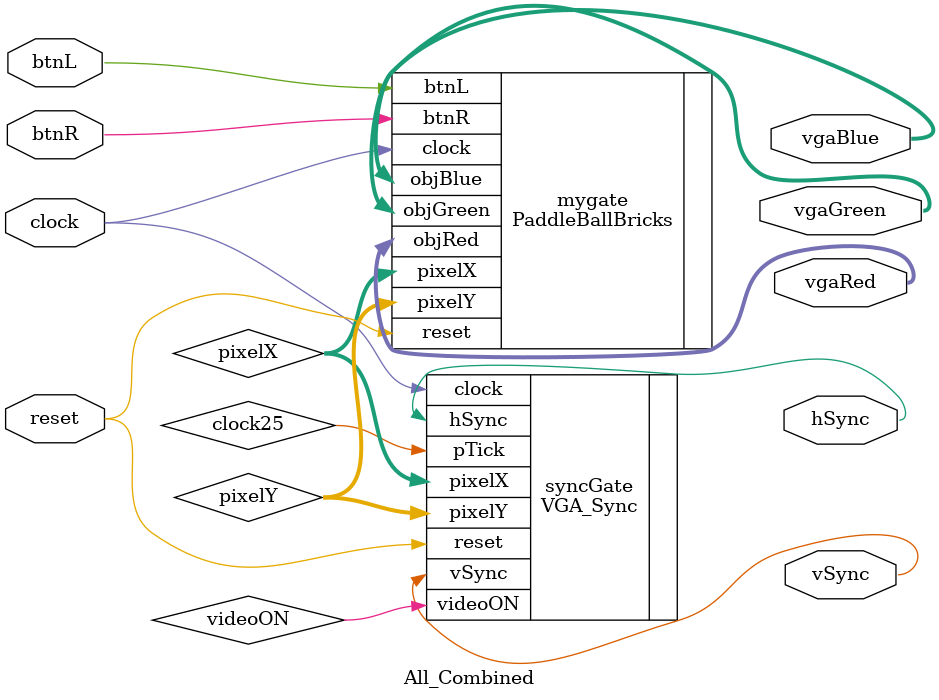
<source format=v>
`timescale 1ns / 1ps


module All_Combined(
    input clock, reset,
    //input switch, 
    output hSync, vSync,
    
    //4 bit color signals
    output[3:0] vgaRed,
    output[3:0] vgaGreen,
    output[3:0] vgaBlue,
    
    input btnL, //left button
    input btnR  //right button
    );
    
    wire videoON;
    //reg videoON_reg;
    wire [9:0] pixelX, pixelY;
    wire clock25;   //25MHz clock from VGA_Sync
    reg[3:0] red, green, blue;
    //wire squareBall;
    
    reg[3:0] redWire, greenWire, blueWire;
    VGA_Sync syncGate(.clock(clock), .reset(reset), .hSync(hSync), .vSync(vSync),
    .videoON(videoON), .pTick(clock25), .pixelX(pixelX), .pixelY(pixelY));
    
    PaddleBallBricks mygate(.clock(clock), .reset(reset), .pixelX(pixelX), .pixelY(pixelY), 
        .objRed(vgaRed), .objGreen(vgaGreen), .objBlue(vgaBlue), .btnL(btnL), .btnR(btnR));
    
endmodule

</source>
